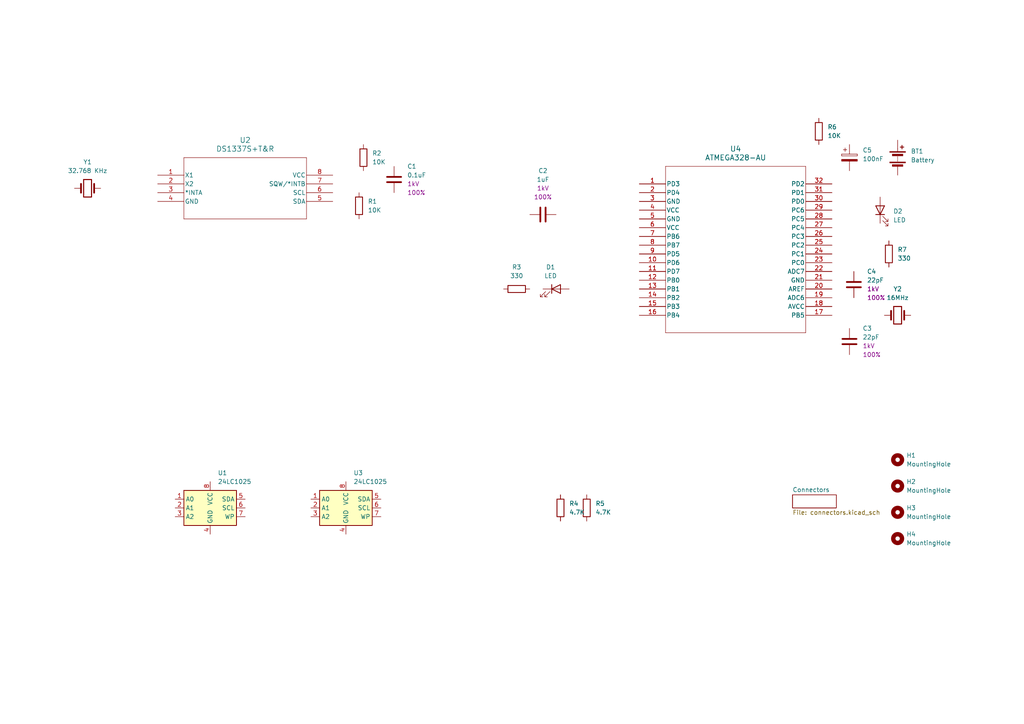
<source format=kicad_sch>
(kicad_sch (version 20231120) (generator "eeschema") (generator_version "8.0")
  (paper "A4")
  (title_block (title "${PROJECT_NAME}") (date "2024-09-07") (rev "0.1"))
  (lib_symbols
    (symbol "ATMEGA328-AU:ATMEGA328-AU" (pin_names (offset 0.254))
      (property "Reference" "U" (at 27.94 10.16 0))
      (property "Value" "ATMEGA328-AU" (at 27.94 7.62 0))
      (symbol "ATMEGA328-AU_0_1"
        (polyline (pts (xy 7.62 -43.18) (xy 48.26 -43.18)) (stroke (width 0.127)))
        (polyline (pts (xy 7.62 5.08) (xy 7.62 -43.18)) (stroke (width 0.127)))
        (polyline (pts (xy 48.26 -43.18) (xy 48.26 5.08)) (stroke (width 0.127)))
        (polyline (pts (xy 48.26 5.08) (xy 7.62 5.08)) (stroke (width 0.127)))
        (pin bidirectional line (at 0 0 0) (length 7.62) (name "PD3") (number "1"))
        (pin bidirectional line (at 0 -22.86 0) (length 7.62) (name "PD6") (number "10"))
        (pin bidirectional line (at 0 -25.4 0) (length 7.62) (name "PD7") (number "11"))
        (pin bidirectional line (at 0 -27.94 0) (length 7.62) (name "PB0") (number "12"))
        (pin bidirectional line (at 0 -30.48 0) (length 7.62) (name "PB1") (number "13"))
        (pin bidirectional line (at 0 -33.02 0) (length 7.62) (name "PB2") (number "14"))
        (pin bidirectional line (at 0 -35.56 0) (length 7.62) (name "PB3") (number "15"))
        (pin bidirectional line (at 0 -38.1 0) (length 7.62) (name "PB4") (number "16"))
        (pin bidirectional line (at 55.88 -38.1 180) (length 7.62) (name "PB5") (number "17"))
        (pin power_in line (at 55.88 -35.56 180) (length 7.62) (name "AVCC") (number "18"))
        (pin unspecified line (at 55.88 -33.02 180) (length 7.62) (name "ADC6") (number "19"))
        (pin bidirectional line (at 0 -2.54 0) (length 7.62) (name "PD4") (number "2"))
        (pin unspecified line (at 55.88 -30.48 180) (length 7.62) (name "AREF") (number "20"))
        (pin power_in line (at 55.88 -27.94 180) (length 7.62) (name "GND") (number "21"))
        (pin unspecified line (at 55.88 -25.4 180) (length 7.62) (name "ADC7") (number "22"))
        (pin bidirectional line (at 55.88 -22.86 180) (length 7.62) (name "PC0") (number "23"))
        (pin bidirectional line (at 55.88 -20.32 180) (length 7.62) (name "PC1") (number "24"))
        (pin bidirectional line (at 55.88 -17.78 180) (length 7.62) (name "PC2") (number "25"))
        (pin bidirectional line (at 55.88 -15.24 180) (length 7.62) (name "PC3") (number "26"))
        (pin bidirectional line (at 55.88 -12.7 180) (length 7.62) (name "PC4") (number "27"))
        (pin bidirectional line (at 55.88 -10.16 180) (length 7.62) (name "PC5") (number "28"))
        (pin bidirectional line (at 55.88 -7.62 180) (length 7.62) (name "PC6") (number "29"))
        (pin power_in line (at 0 -5.08 0) (length 7.62) (name "GND") (number "3"))
        (pin bidirectional line (at 55.88 -5.08 180) (length 7.62) (name "PD0") (number "30"))
        (pin bidirectional line (at 55.88 -2.54 180) (length 7.62) (name "PD1") (number "31"))
        (pin bidirectional line (at 55.88 0 180) (length 7.62) (name "PD2") (number "32"))
        (pin power_in line (at 0 -7.62 0) (length 7.62) (name "VCC") (number "4"))
        (pin power_in line (at 0 -10.16 0) (length 7.62) (name "GND") (number "5"))
        (pin power_in line (at 0 -12.7 0) (length 7.62) (name "VCC") (number "6"))
        (pin bidirectional line (at 0 -15.24 0) (length 7.62) (name "PB6") (number "7"))
        (pin bidirectional line (at 0 -17.78 0) (length 7.62) (name "PB7") (number "8"))
        (pin bidirectional line (at 0 -20.32 0) (length 7.62) (name "PD5") (number "9"))
      )
    )
    (symbol "DS1227S:DS1337S+T&R" (pin_names (offset 0.254))
      (property "Reference" "U" (at 25.4 10.16 0))
      (property "Value" "DS1337S+T&R" (at 25.4 7.62 0))
      (symbol "DS1337S+T&R_0_1"
        (polyline (pts (xy 7.62 -12.7) (xy 43.18 -12.7)) (stroke (width 0.127)))
        (polyline (pts (xy 7.62 5.08) (xy 7.62 -12.7)) (stroke (width 0.127)))
        (polyline (pts (xy 43.18 -12.7) (xy 43.18 5.08)) (stroke (width 0.127)))
        (polyline (pts (xy 43.18 5.08) (xy 7.62 5.08)) (stroke (width 0.127)))
        (pin unspecified line (at 0 0 0) (length 7.62) (name "X1") (number "1"))
        (pin unspecified line (at 0 -2.54 0) (length 7.62) (name "X2") (number "2"))
        (pin unspecified line (at 0 -5.08 0) (length 7.62) (name "*INTA") (number "3"))
        (pin power_in line (at 0 -7.62 0) (length 7.62) (name "GND") (number "4"))
        (pin unspecified line (at 50.8 -7.62 180) (length 7.62) (name "SDA") (number "5"))
        (pin unspecified line (at 50.8 -5.08 180) (length 7.62) (name "SCL") (number "6"))
        (pin unspecified line (at 50.8 -2.54 180) (length 7.62) (name "SQW/*INTB") (number "7"))
        (pin power_in line (at 50.8 0 180) (length 7.62) (name "VCC") (number "8"))
      )
    )
    (symbol "Device:Battery" (pin_numbers hide) (pin_names (offset 0) hide)
      (property "Reference" "BT" (at 2.54 2.54 0))
      (property "Value" "Battery" (at 2.54 0 0))
      (symbol "Battery_0_1"
        (rectangle (start -2.286 -1.27) (end 2.286 -1.524) (fill (type outline)))
        (rectangle (start -2.286 1.778) (end 2.286 1.524) (fill (type outline)))
        (rectangle (start -1.524 -2.032) (end 1.524 -2.54) (fill (type outline)))
        (rectangle (start -1.524 1.016) (end 1.524 0.508) (fill (type outline)))
        (polyline (pts (xy 0 -1.016) (xy 0 -0.762)))
        (polyline (pts (xy 0 -0.508) (xy 0 -0.254)))
        (polyline (pts (xy 0 0) (xy 0 0.254)))
        (polyline (pts (xy 0 1.778) (xy 0 2.54)))
        (polyline (pts (xy 0.762 3.048) (xy 1.778 3.048)) (stroke (width 0.254)))
        (polyline (pts (xy 1.27 3.556) (xy 1.27 2.54)) (stroke (width 0.254)))
      )
      (symbol "Battery_1_1"
        (pin passive line (at 0 5.08 270) (length 2.54) (name "+") (number "1"))
        (pin passive line (at 0 -5.08 90) (length 2.54) (name "-") (number "2"))
      )
    )
    (symbol "Device:C_Polarized" (pin_numbers hide) (pin_names (offset 0.254))
      (property "Reference" "C" (at 0.635 2.54 0))
      (property "Value" "C_Polarized" (at 0.635 -2.54 0))
      (symbol "C_Polarized_0_1"
        (rectangle (start -2.286 0.508) (end 2.286 1.016))
        (polyline (pts (xy -1.778 2.286) (xy -0.762 2.286)))
        (polyline (pts (xy -1.27 2.794) (xy -1.27 1.778)))
        (rectangle (start 2.286 -0.508) (end -2.286 -1.016) (fill (type outline)))
      )
      (symbol "C_Polarized_1_1"
        (pin passive line (at 0 3.81 270) (length 2.794) (name "~") (number "1"))
        (pin passive line (at 0 -3.81 90) (length 2.794) (name "~") (number "2"))
      )
    )
    (symbol "Device:Crystal" (pin_numbers hide) (pin_names (offset 1.016) hide)
      (property "Reference" "Y" (at 0 3.81 0))
      (property "Value" "Crystal" (at 0 -3.81 0))
      (symbol "Crystal_0_1"
        (rectangle (start -1.143 2.54) (end 1.143 -2.54) (stroke (width 0.3048)))
        (polyline (pts (xy -2.54 0) (xy -1.905 0)))
        (polyline (pts (xy -1.905 -1.27) (xy -1.905 1.27)) (stroke (width 0.508)))
        (polyline (pts (xy 1.905 -1.27) (xy 1.905 1.27)) (stroke (width 0.508)))
        (polyline (pts (xy 2.54 0) (xy 1.905 0)))
      )
      (symbol "Crystal_1_1"
        (pin passive line (at -3.81 0 0) (length 1.27) (name "1") (number "1"))
        (pin passive line (at 3.81 0 180) (length 1.27) (name "2") (number "2"))
      )
    )
    (symbol "Device:R" (pin_numbers hide) (pin_names (offset 0))
      (property "Reference" "R" (at 2.032 0 90))
      (property "Value" "R" (at 0 0 90))
      (symbol "R_0_1"
        (rectangle (start -1.016 -2.54) (end 1.016 2.54) (stroke (width 0.254)))
      )
      (symbol "R_1_1"
        (pin passive line (at 0 3.81 270) (length 1.27) (name "~") (number "1"))
        (pin passive line (at 0 -3.81 90) (length 1.27) (name "~") (number "2"))
      )
    )
    (symbol "Mechanical:MountingHole" (pin_names (offset 1.016)) (exclude_from_sim yes) (in_bom no)
      (property "Reference" "H" (at 0 5.08 0))
      (property "Value" "MountingHole" (at 0 3.175 0))
      (symbol "MountingHole_0_1"
        (circle (center 0 0) (radius 1.27) (stroke (width 1.27)))
      )
    )
    (symbol "Memory_EEPROM:24LC1025"
      (property "Reference" "U" (at -6.35 6.35 0))
      (property "Value" "24LC1025" (at 1.27 6.35 0))
      (symbol "24LC1025_1_1"
        (rectangle (start -7.62 5.08) (end 7.62 -5.08) (stroke (width 0.254)) (fill (type background)))
        (pin input line (at -10.16 2.54 0) (length 2.54) (name "A0") (number "1"))
        (pin input line (at -10.16 0 0) (length 2.54) (name "A1") (number "2"))
        (pin input line (at -10.16 -2.54 0) (length 2.54) (name "A2") (number "3"))
        (pin power_in line (at 0 -7.62 90) (length 2.54) (name "GND") (number "4"))
        (pin bidirectional line (at 10.16 2.54 180) (length 2.54) (name "SDA") (number "5"))
        (pin input line (at 10.16 0 180) (length 2.54) (name "SCL") (number "6"))
        (pin input line (at 10.16 -2.54 180) (length 2.54) (name "WP") (number "7"))
        (pin power_in line (at 0 7.62 270) (length 2.54) (name "VCC") (number "8"))
      )
    )
    (symbol "SparkFun-Capacitor:C" (pin_numbers hide) (pin_names (offset 0.254))
      (property "Reference" "C" (at 0.635 2.54 0))
      (property "Value" "C" (at 0.635 -2.54 0))
      (property "Voltage" "1kV" (at 0 -6.35 0))
      (property "Tolerance" "100%" (at 0 -8.89 0))
      (symbol "C_0_1"
        (polyline (pts (xy -2.032 -0.762) (xy 2.032 -0.762)) (stroke (width 0.508)))
        (polyline (pts (xy -2.032 0.762) (xy 2.032 0.762)) (stroke (width 0.508)))
      )
      (symbol "C_1_1"
        (pin passive line (at 0 3.81 270) (length 2.794) (name "~") (number "1"))
        (pin passive line (at 0 -3.81 90) (length 2.794) (name "~") (number "2"))
      )
    )
    (symbol "SparkFun-LED:LED" (pin_numbers hide) (pin_names (offset 1.016) hide)
      (property "Reference" "D" (at 0 2.54 0))
      (property "Value" "LED" (at 0 -2.54 0))
      (symbol "LED_0_1"
        (polyline (pts (xy -1.27 -1.27) (xy -1.27 1.27)) (stroke (width 0.254)))
        (polyline (pts (xy -1.27 0) (xy 1.27 0)))
        (polyline (pts (xy 1.27 -1.27) (xy 1.27 1.27) (xy -1.27 0) (xy 1.27 -1.27)) (stroke (width 0.254)))
        (polyline (pts (xy -3.048 -0.762) (xy -4.572 -2.286) (xy -3.81 -2.286) (xy -4.572 -2.286) (xy -4.572 -1.524)))
        (polyline (pts (xy -1.778 -0.762) (xy -3.302 -2.286) (xy -2.54 -2.286) (xy -3.302 -2.286) (xy -3.302 -1.524)))
      )
      (symbol "LED_1_1"
        (pin passive line (at -3.81 0 0) (length 2.54) (name "K") (number "1"))
        (pin passive line (at 3.81 0 180) (length 2.54) (name "A") (number "2"))
      )
    )
  )
  (symbol (lib_id "Device:Crystal") (at 260.35 91.44 0) (unit 1)
    (property "Reference" "Y2" (at 260.35 83.82 0))
    (property "Value" "16MHz" (at 260.35 86.36 0))
    (property "Footprint" "Crystal:Crystal_SMD_5032-2Pin_5.0x3.2mm_HandSoldering" (effects (hide yes)))
    (property "Description" "Two pin crystal" (effects (hide yes)))
  )
  (symbol (lib_id "Device:R") (at 237.49 38.1 0) (unit 1)
    (property "Reference" "R6" (at 240.03 36.8299 0) (effects (justify left)))
    (property "Value" "10K" (at 240.03 39.3699 0) (effects (justify left)))
    (property "Footprint" "Resistor_SMD:R_0805_2012Metric" (effects (hide yes)))
    (property "Description" "Resistor" (effects (hide yes)))
  )
  (symbol (lib_id "Device:R") (at 105.41 45.72 0) (unit 1)
    (property "Reference" "R2" (at 107.95 44.4499 0) (effects (justify left)))
    (property "Value" "10K" (at 107.95 46.9899 0) (effects (justify left)))
    (property "Footprint" "Resistor_SMD:R_0805_2012Metric" (effects (hide yes)))
    (property "Description" "Resistor" (effects (hide yes)))
  )
  (symbol (lib_id "Mechanical:MountingHole") (at 260.35 156.21 0) (unit 1) (exclude_from_sim yes) (in_bom no)
    (property "Reference" "H4" (at 262.89 154.9399 0) (effects (justify left)))
    (property "Value" "MountingHole" (at 262.89 157.4799 0) (effects (justify left)))
    (property "Footprint" "MountingHole:MountingHole_2.1mm" (effects (hide yes)))
    (property "Description" "Mounting Hole without connection" (effects (hide yes)))
  )
  (symbol (lib_id "ATMEGA328-AU:ATMEGA328-AU") (at 185.42 53.34 0) (unit 1)
    (property "Reference" "U4" (at 213.36 43.18 0) (effects (font (size 1.524 1.524))))
    (property "Value" "ATMEGA328-AU" (at 213.36 45.72 0) (effects (font (size 1.524 1.524))))
    (property "Footprint" "footprints:ATMEGA328-AU" (effects (hide yes)))
    (property "Datasheet" "ATMEGA328-AU" (effects (hide yes)))
  )
  (symbol (lib_id "Device:Crystal") (at 25.4 54.61 0) (unit 1)
    (property "Reference" "Y1" (at 25.4 46.99 0))
    (property "Value" "32.768 KHz" (at 25.4 49.53 0))
    (property "Footprint" "Crystal:Crystal_SMD_5032-2Pin_5.0x3.2mm_HandSoldering" (effects (hide yes)))
    (property "Description" "Two pin crystal" (effects (hide yes)))
  )
  (symbol (lib_id "SparkFun-LED:LED") (at 255.27 60.96 90) (unit 1)
    (property "Reference" "D2" (at 259.08 61.2774 90) (effects (justify right)))
    (property "Value" "LED" (at 259.08 63.8174 90) (effects (justify right)))
    (property "Footprint" "LED_SMD:LED_0805_2012Metric" (effects (hide yes)))
    (property "Description" "Light emitting diode" (effects (hide yes)))
    (property "PROD_ID" "LED-" (effects (hide yes)))
  )
  (symbol (lib_id "Device:R") (at 104.14 59.69 0) (unit 1)
    (property "Reference" "R1" (at 106.68 58.4199 0) (effects (justify left)))
    (property "Value" "10K" (at 106.68 60.9599 0) (effects (justify left)))
    (property "Footprint" "Resistor_SMD:R_0805_2012Metric" (effects (hide yes)))
    (property "Description" "Resistor" (effects (hide yes)))
  )
  (symbol (lib_id "SparkFun-Capacitor:C") (at 114.3 52.07 0) (unit 1)
    (property "Reference" "C1" (at 118.11 48.2599 0) (effects (justify left)))
    (property "Value" "0.1uF" (at 118.11 50.7999 0) (effects (justify left)))
    (property "Footprint" "Capacitor_SMD:C_0805_2012Metric" (effects (hide yes)))
    (property "Datasheet" "https://cdn.sparkfun.com/assets/8/a/4/a/5/Kemet_Capacitor_Datasheet.pdf" (effects (hide yes)))
    (property "Description" "Unpolarized capacitor" (effects (hide yes)))
    (property "PROD_ID" "CAP-00000" (effects (hide yes)))
    (property "Voltage" "1kV" (at 118.11 53.3399 0) (effects (justify left)))
    (property "Tolerance" "100%" (at 118.11 55.8799 0) (effects (justify left)))
  )
  (symbol (lib_id "Memory_EEPROM:24LC1025") (at 100.33 147.32 0) (unit 1)
    (property "Reference" "U3" (at 102.5241 137.16 0) (effects (justify left)))
    (property "Value" "24LC1025" (at 102.5241 139.7 0) (effects (justify left)))
    (property "Footprint" "Package_SO:SOIC-8_5.23x5.23mm_P1.27mm" (effects (hide yes)))
    (property "Datasheet" "http://ww1.microchip.com/downloads/en/DeviceDoc/21941B.pdf" (effects (hide yes)))
    (property "Description" "I2C Serial EEPROM, 1024Kb, DIP-8/SOIC-8/TSSOP-8/DFN-8" (effects (hide yes)))
  )
  (symbol (lib_id "Mechanical:MountingHole") (at 260.35 148.59 0) (unit 1) (exclude_from_sim yes) (in_bom no)
    (property "Reference" "H3" (at 262.89 147.3199 0) (effects (justify left)))
    (property "Value" "MountingHole" (at 262.89 149.8599 0) (effects (justify left)))
    (property "Footprint" "MountingHole:MountingHole_2.1mm" (effects (hide yes)))
    (property "Description" "Mounting Hole without connection" (effects (hide yes)))
  )
  (symbol (lib_id "DS1227S:DS1337S+T&R") (at 45.72 50.8 0) (unit 1)
    (property "Reference" "U2" (at 71.12 40.64 0) (effects (font (size 1.524 1.524))))
    (property "Value" "DS1337S+T&R" (at 71.12 43.18 0) (effects (font (size 1.524 1.524))))
    (property "Footprint" "footprints:DS1337S" (effects (hide yes)))
    (property "Datasheet" "DS1337S+T&R" (effects (hide yes)))
  )
  (symbol (lib_id "Device:R") (at 170.18 147.32 0) (unit 1)
    (property "Reference" "R5" (at 172.72 146.0499 0) (effects (justify left)))
    (property "Value" "4.7K" (at 172.72 148.5899 0) (effects (justify left)))
    (property "Footprint" "Resistor_SMD:R_0805_2012Metric" (effects (hide yes)))
    (property "Description" "Resistor" (effects (hide yes)))
  )
  (symbol (lib_id "Memory_EEPROM:24LC1025") (at 60.96 147.32 0) (unit 1)
    (property "Reference" "U1" (at 63.1541 137.16 0) (effects (justify left)))
    (property "Value" "24LC1025" (at 63.1541 139.7 0) (effects (justify left)))
    (property "Footprint" "Package_SO:SOIC-8_5.23x5.23mm_P1.27mm" (effects (hide yes)))
    (property "Datasheet" "http://ww1.microchip.com/downloads/en/DeviceDoc/21941B.pdf" (effects (hide yes)))
    (property "Description" "I2C Serial EEPROM, 1024Kb, DIP-8/SOIC-8/TSSOP-8/DFN-8" (effects (hide yes)))
  )
  (symbol (lib_id "SparkFun-Capacitor:C") (at 246.38 99.06 0) (unit 1)
    (property "Reference" "C3" (at 250.19 95.2499 0) (effects (justify left)))
    (property "Value" "22pF" (at 250.19 97.7899 0) (effects (justify left)))
    (property "Footprint" "Capacitor_SMD:C_0805_2012Metric" (effects (hide yes)))
    (property "Datasheet" "https://cdn.sparkfun.com/assets/8/a/4/a/5/Kemet_Capacitor_Datasheet.pdf" (effects (hide yes)))
    (property "Description" "Unpolarized capacitor" (effects (hide yes)))
    (property "PROD_ID" "CAP-00000" (effects (hide yes)))
    (property "Voltage" "1kV" (at 250.19 100.3299 0) (effects (justify left)))
    (property "Tolerance" "100%" (at 250.19 102.8699 0) (effects (justify left)))
  )
  (symbol (lib_id "Device:R") (at 149.86 83.82 90) (unit 1)
    (property "Reference" "R3" (at 149.86 77.47 90))
    (property "Value" "330" (at 149.86 80.01 90))
    (property "Footprint" "Resistor_SMD:R_0805_2012Metric" (effects (hide yes)))
    (property "Description" "Resistor" (effects (hide yes)))
  )
  (symbol (lib_id "Mechanical:MountingHole") (at 260.35 140.97 0) (unit 1) (exclude_from_sim yes) (in_bom no)
    (property "Reference" "H2" (at 262.89 139.6999 0) (effects (justify left)))
    (property "Value" "MountingHole" (at 262.89 142.2399 0) (effects (justify left)))
    (property "Footprint" "MountingHole:MountingHole_2.1mm" (effects (hide yes)))
    (property "Description" "Mounting Hole without connection" (effects (hide yes)))
  )
  (symbol (lib_id "SparkFun-Capacitor:C") (at 247.65 82.55 0) (unit 1)
    (property "Reference" "C4" (at 251.46 78.7399 0) (effects (justify left)))
    (property "Value" "22pF" (at 251.46 81.2799 0) (effects (justify left)))
    (property "Footprint" "Capacitor_SMD:C_0805_2012Metric" (effects (hide yes)))
    (property "Datasheet" "https://cdn.sparkfun.com/assets/8/a/4/a/5/Kemet_Capacitor_Datasheet.pdf" (effects (hide yes)))
    (property "Description" "Unpolarized capacitor" (effects (hide yes)))
    (property "PROD_ID" "CAP-00000" (effects (hide yes)))
    (property "Voltage" "1kV" (at 251.46 83.8199 0) (effects (justify left)))
    (property "Tolerance" "100%" (at 251.46 86.3599 0) (effects (justify left)))
  )
  (symbol (lib_id "Device:C_Polarized") (at 246.38 45.72 0) (unit 1)
    (property "Reference" "C5" (at 250.19 43.5609 0) (effects (justify left)))
    (property "Value" "100nF" (at 250.19 46.1009 0) (effects (justify left)))
    (property "Footprint" "Capacitor_SMD:C_0805_2012Metric" (effects (hide yes)))
    (property "Description" "Polarized capacitor" (effects (hide yes)))
  )
  (symbol (lib_id "Device:R") (at 162.56 147.32 0) (unit 1)
    (property "Reference" "R4" (at 165.1 146.0499 0) (effects (justify left)))
    (property "Value" "4.7K" (at 165.1 148.5899 0) (effects (justify left)))
    (property "Footprint" "Resistor_SMD:R_0805_2012Metric" (effects (hide yes)))
    (property "Description" "Resistor" (effects (hide yes)))
  )
  (symbol (lib_id "SparkFun-Capacitor:C") (at 157.48 62.23 90) (unit 1)
    (property "Reference" "C2" (at 157.48 49.53 90))
    (property "Value" "1uF" (at 157.48 52.07 90))
    (property "Footprint" "Capacitor_SMD:C_0805_2012Metric" (effects (hide yes)))
    (property "Datasheet" "https://cdn.sparkfun.com/assets/8/a/4/a/5/Kemet_Capacitor_Datasheet.pdf" (effects (hide yes)))
    (property "Description" "Unpolarized capacitor" (effects (hide yes)))
    (property "PROD_ID" "CAP-00000" (effects (hide yes)))
    (property "Voltage" "1kV" (at 157.48 54.61 90))
    (property "Tolerance" "100%" (at 157.48 57.15 90))
  )
  (symbol (lib_id "Device:Battery") (at 260.35 45.72 0) (unit 1)
    (property "Reference" "BT1" (at 264.16 43.8784 0) (effects (justify left)))
    (property "Value" "Battery" (at 264.16 46.4184 0) (effects (justify left)))
    (property "Footprint" "Connector_PinHeader_2.54mm:PinHeader_1x02_P2.54mm_Vertical" (effects (hide yes)))
    (property "Description" "Multiple-cell battery" (effects (hide yes)))
  )
  (symbol (lib_id "SparkFun-LED:LED") (at 161.29 83.82 0) (unit 1)
    (property "Reference" "D1" (at 159.7025 77.47 0))
    (property "Value" "LED" (at 159.7025 80.01 0))
    (property "Footprint" "LED_SMD:LED_0805_2012Metric" (effects (hide yes)))
    (property "Description" "Light emitting diode" (effects (hide yes)))
    (property "PROD_ID" "LED-" (effects (hide yes)))
  )
  (symbol (lib_id "Mechanical:MountingHole") (at 260.35 133.35 0) (unit 1) (exclude_from_sim yes) (in_bom no)
    (property "Reference" "H1" (at 262.89 132.0799 0) (effects (justify left)))
    (property "Value" "MountingHole" (at 262.89 134.6199 0) (effects (justify left)))
    (property "Footprint" "MountingHole:MountingHole_2.1mm" (effects (hide yes)))
    (property "Description" "Mounting Hole without connection" (effects (hide yes)))
  )
  (symbol (lib_id "Device:R") (at 257.81 73.66 0) (unit 1)
    (property "Reference" "R7" (at 260.35 72.3899 0) (effects (justify left)))
    (property "Value" "330" (at 260.35 74.9299 0) (effects (justify left)))
    (property "Footprint" "Resistor_SMD:R_0805_2012Metric" (effects (hide yes)))
    (property "Description" "Resistor" (effects (hide yes)))
  )
  (sheet (at 229.87 143.51) (size 12.7 3.81) (stroke (width 0.1524))
    (property "Sheetname" "Connectors" (at 229.87 142.7984 0) (effects (justify left bottom)))
    (property "Sheetfile" "connectors.kicad_sch" (at 229.87 147.9046 0) (effects (justify left top)))
  )
)
</source>
